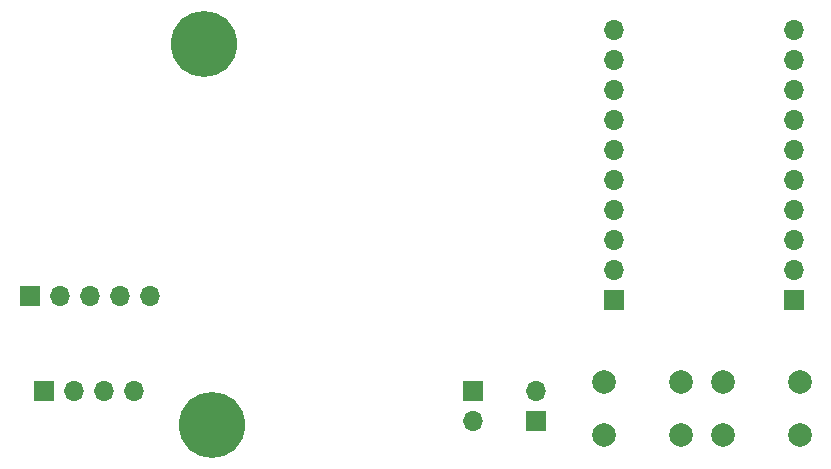
<source format=gbr>
%TF.GenerationSoftware,KiCad,Pcbnew,7.0.7*%
%TF.CreationDate,2023-09-24T09:01:41+02:00*%
%TF.ProjectId,transmitter_v0.1,7472616e-736d-4697-9474-65725f76302e,rev?*%
%TF.SameCoordinates,Original*%
%TF.FileFunction,Soldermask,Bot*%
%TF.FilePolarity,Negative*%
%FSLAX46Y46*%
G04 Gerber Fmt 4.6, Leading zero omitted, Abs format (unit mm)*
G04 Created by KiCad (PCBNEW 7.0.7) date 2023-09-24 09:01:41*
%MOMM*%
%LPD*%
G01*
G04 APERTURE LIST*
%ADD10C,5.600000*%
%ADD11C,3.600000*%
%ADD12C,2.000000*%
%ADD13R,1.700000X1.700000*%
%ADD14O,1.700000X1.700000*%
G04 APERTURE END LIST*
D10*
%TO.C,H2*%
X119000000Y-145000000D03*
D11*
X119000000Y-145000000D03*
%TD*%
D12*
%TO.C,SW2*%
X162250000Y-141350000D03*
X168750000Y-141350000D03*
X162250000Y-145850000D03*
X168750000Y-145850000D03*
%TD*%
D13*
%TO.C,J1*%
X168300000Y-134420000D03*
D14*
X168300000Y-131880000D03*
X168300000Y-129340000D03*
X168300000Y-126800000D03*
X168300000Y-124260000D03*
X168300000Y-121720000D03*
X168300000Y-119180000D03*
X168300000Y-116640000D03*
X168300000Y-114100000D03*
X168300000Y-111560000D03*
%TD*%
D11*
%TO.C,H1*%
X118300000Y-112750000D03*
D10*
X118300000Y-112750000D03*
%TD*%
D13*
%TO.C,J3*%
X103568000Y-134136800D03*
D14*
X106108000Y-134136800D03*
X108648000Y-134136800D03*
X111188000Y-134136800D03*
X113728000Y-134136800D03*
%TD*%
D12*
%TO.C,SW1*%
X152200000Y-141350000D03*
X158700000Y-141350000D03*
X152200000Y-145850000D03*
X158700000Y-145850000D03*
%TD*%
D13*
%TO.C,J6*%
X141122400Y-142184200D03*
D14*
X141122400Y-144724200D03*
%TD*%
D13*
%TO.C,J4*%
X104760000Y-142150000D03*
D14*
X107300000Y-142150000D03*
X109840000Y-142150000D03*
X112380000Y-142150000D03*
%TD*%
D13*
%TO.C,J2*%
X153060000Y-134420000D03*
D14*
X153060000Y-131880000D03*
X153060000Y-129340000D03*
X153060000Y-126800000D03*
X153060000Y-124260000D03*
X153060000Y-121720000D03*
X153060000Y-119180000D03*
X153060000Y-116640000D03*
X153060000Y-114100000D03*
X153060000Y-111560000D03*
%TD*%
D13*
%TO.C,J5*%
X146405600Y-144678400D03*
D14*
X146405600Y-142138400D03*
%TD*%
M02*

</source>
